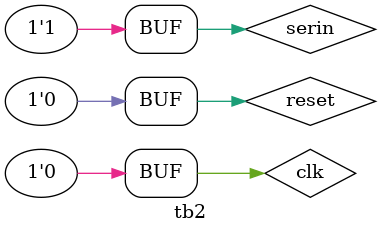
<source format=v>
module tb2();
  reg serin,clk,reset;
  wire valid;
  wire [5:0] sports,num;
  wire count_done1,count_done2;
  wire enc1,enc2;
  cntrlr4 cnt(count_done1,count_done2,serin,clk,reset,valid,enc1,enc2,sports,num);
  counter c(enc1,clk,count_done1);
  counter2 c2(enc2,clk,num,count_done2);
  initial begin
    reset = 1;
    clk = 0;
    serin = 1;
    #30 reset = 0;
    #30 clk = 1;
    #30 clk = 0;
    
    #30 serin = 0;
    #30 clk = 1;
    #30 clk = 0;
    // $display("kir %d",num);
    #30 serin = 1;
    #30 clk = 1;
    #30 clk = 0;

    #30 serin = 0;
    #30 clk = 1;
    #30 clk = 0;
 //$display("kir %d",num);
    #30 serin = 1;
    #30 clk = 1;
    #30 clk = 0;

    #30 serin = 1;
    #30 clk = 1;
    #30 clk = 0;

    #30 serin = 1;
    #30 clk = 1;
    #30 clk = 0;
 //$display("kir %d",num);
    #30 serin = 0;
    #30 clk = 1;
    #30 clk = 0;

//end of first 6bits

    #30 serin = 1;
    #30 clk = 1;
    #30 clk = 0;
// $display("kir %d",num);
    #30 serin = 1;
    #30 clk = 1;
    #30 clk = 0;

    #30 serin = 0;
    #30 clk = 1;
    #30 clk = 0;

    #30 serin = 0;
    #30 clk = 1;
    #30 clk = 0;

    #30 serin = 0;
    #30 clk = 1;
    #30 clk = 0;

    #30 serin = 0;
    #30 clk = 1;
    #30 clk = 0;

//end of second 6bits

    #30 serin = 1;
    #30 clk = 1;
    #30 clk = 0;

    #30 serin = 0;
    #30 clk = 1;
    #30 clk = 0;

    #30 serin = 0;
    #30 clk = 1;
    #30 clk = 0;
//end of inputs


    #30 serin = 0;
    #30 clk = 1;
    #30 clk = 0;

    #30 serin = 0;
    #30 clk = 1;
    #30 clk = 0;

    #30 serin = 0;
    #30 clk = 1;
    #30 clk = 0;
    
    #30 serin = 1;
    #30 clk = 1;
    #30 clk = 0;
    
    //end of inputs 2
    #30 serin = 1;
    #30 clk = 1;
    #30 clk = 0;
    
    #30 serin = 1;
    #30 clk = 1;
    #30 clk = 0;
//do again    
    #30 serin = 0;
    #30 clk = 1;
    #30 clk = 0;
    
    #30 serin = 1;
    #30 clk = 1;
    #30 clk = 0;
    
    #30 serin = 1;
    #30 clk = 1;
    #30 clk = 0;

    

  end
endmodule



</source>
